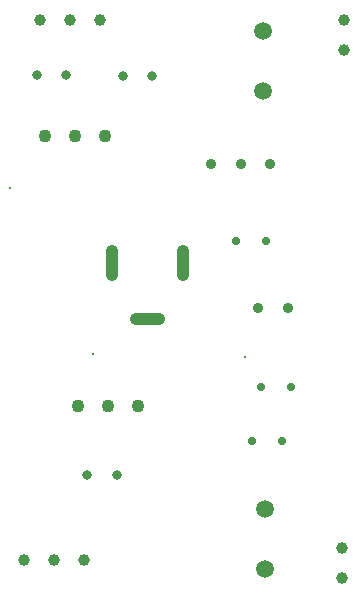
<source format=gbr>
%TF.GenerationSoftware,KiCad,Pcbnew,9.0.4*%
%TF.CreationDate,2025-12-05T21:51:51+03:30*%
%TF.ProjectId,Bread_Board_Power_Supply001,42726561-645f-4426-9f61-72645f506f77,1*%
%TF.SameCoordinates,Original*%
%TF.FileFunction,Plated,1,2,PTH,Mixed*%
%TF.FilePolarity,Positive*%
%FSLAX46Y46*%
G04 Gerber Fmt 4.6, Leading zero omitted, Abs format (unit mm)*
G04 Created by KiCad (PCBNEW 9.0.4) date 2025-12-05 21:51:51*
%MOMM*%
%LPD*%
G01*
G04 APERTURE LIST*
%TA.AperFunction,ViaDrill*%
%ADD10C,0.300000*%
%TD*%
%TA.AperFunction,ComponentDrill*%
%ADD11C,0.700000*%
%TD*%
%TA.AperFunction,ComponentDrill*%
%ADD12C,0.800000*%
%TD*%
%TA.AperFunction,ComponentDrill*%
%ADD13C,0.900000*%
%TD*%
%TA.AperFunction,ComponentDrill*%
%ADD14C,1.000000*%
%TD*%
G04 aperture for slot hole*
%TA.AperFunction,ComponentDrill*%
%ADD15C,1.000000*%
%TD*%
%TA.AperFunction,ComponentDrill*%
%ADD16C,1.100000*%
%TD*%
%TA.AperFunction,ComponentDrill*%
%ADD17C,1.520000*%
%TD*%
G04 APERTURE END LIST*
D10*
X88060600Y-76454000D03*
X95046800Y-90474800D03*
X107950000Y-90728800D03*
D11*
%TO.C,R1*%
X107187200Y-80924400D03*
%TO.C,R3*%
X108558800Y-97840800D03*
%TO.C,R2*%
X109270000Y-93268800D03*
%TO.C,R1*%
X109727200Y-80924400D03*
%TO.C,R3*%
X111098800Y-97840800D03*
%TO.C,R2*%
X111810000Y-93268800D03*
D12*
%TO.C,C2*%
X90311600Y-66903600D03*
X92811600Y-66903600D03*
%TO.C,C3*%
X94558800Y-100787200D03*
X97058800Y-100787200D03*
%TO.C,C1*%
X97586800Y-67005200D03*
X100086800Y-67005200D03*
D13*
%TO.C,S1*%
X105057000Y-74410901D03*
X107557000Y-74410901D03*
%TO.C,D1*%
X108997000Y-86610901D03*
%TO.C,S1*%
X110057000Y-74410901D03*
%TO.C,D1*%
X111537000Y-86610901D03*
D14*
%TO.C,J3*%
X89210000Y-107980000D03*
%TO.C,J4*%
X90551000Y-62230000D03*
%TO.C,J3*%
X91750000Y-107980000D03*
%TO.C,J4*%
X93091000Y-62230000D03*
%TO.C,J3*%
X94290000Y-107980000D03*
%TO.C,J4*%
X95631000Y-62230000D03*
D15*
%TO.C,J6*%
X96672400Y-83811700D02*
X96672400Y-81811700D01*
X100672400Y-87511700D02*
X98672400Y-87511700D01*
X102672400Y-83811700D02*
X102672400Y-81811700D01*
D14*
%TO.C,J2*%
X116120000Y-106915000D03*
X116120000Y-109455000D03*
%TO.C,J1*%
X116330000Y-62205000D03*
X116330000Y-64745000D03*
D16*
%TO.C,U1*%
X90982000Y-72010901D03*
X93522000Y-72010901D03*
%TO.C,U2*%
X93827600Y-94879200D03*
%TO.C,U1*%
X96062000Y-72010901D03*
%TO.C,U2*%
X96367600Y-94879200D03*
X98907600Y-94879200D03*
D17*
%TO.C,J5*%
X109487000Y-63130901D03*
X109487000Y-68210901D03*
%TO.C,J7*%
X109601000Y-103632000D03*
X109601000Y-108712000D03*
M02*

</source>
